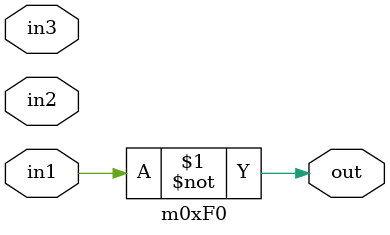
<source format=v>
module m0xF0 (input in2, in1, in3, output out);


	not (out, in1);

endmodule

</source>
